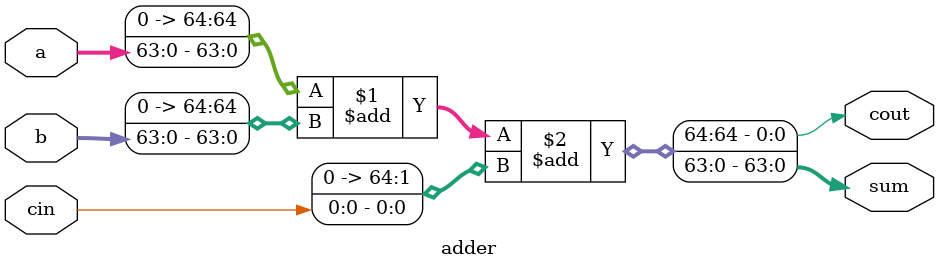
<source format=sv>
/*
00 => P = (P    ) >> 1
01 => P = (P + A) >> 1
10 => P = (P - A) >> 1
11 => P = (P    ) >> 1


000 => P = ((P    ) >> 1    ) >> 1
001 => P = ((P + A) >> 1    ) >> 1
010 => P = ((P + A) >> 1    ) >> 1
011 => P = ((P    ) >> 1 + A) >> 1
100 => P = ((P    ) >> 1 - A) >> 1
101 => P = ((P - A) >> 1    ) >> 1
110 => P = ((P - A) >> 1    ) >> 1
111 => P = ((P    ) >> 1    ) >> 1
 */

module booth_multiplier_multi_cycle #(
	parameter width = 64,
	localparam i_width = $clog2(width / 2 + 1)
) (
	input bit clock,
	input bit reset,

	input bit start,
	input bit[width - 1:0] arg1,
	input bit arg1_is_signed,
	input bit[width - 1:0] arg2,
	input bit arg2_is_signed,

	output bit mulw_busy,
	output bit[width - 1:0] mulw,
	output bit mul_busy,
	output bit[width - 1:0] mul,
	output bit[width - 1:0] mulh
);
	bit[i_width - 1:0] i;

	bit[width + 2 + width + 1 - 1:0] p;
	bit[width + 2 + width + 1 - 1:0] next_p;

	multiplier_round #(.width(width)) multiplier_round_module (
		.arg1(arg1), .arg1_is_signed(arg1_is_signed),
		.arg2(arg2), .arg2_is_signed(arg2_is_signed),
		.first_round(i == '0), .p(p),
		.mulw(mulw), .mul(mul), .mulh(mulh),
		.next_p(next_p)
	);

	assign mulw_busy = start & (i < i_width'({1'b1, (i_width - 2)'('0)}));
	assign mul_busy = start & (i < {1'b1, (i_width - 1)'('0)});

	always_ff @(posedge clock) begin
		if (reset) begin
			i <= '0;
			p <= '0;
		end else begin
			i <= {i_width{mul_busy}} & (i + 1);
			p <= next_p;
		end
	end
endmodule

module multiplier_round #(
	parameter width = 64
) (
	input bit[width - 1:0] arg1,
	input bit arg1_is_signed,
	input bit[width - 1:0] arg2,
	input bit arg2_is_signed,

	input bit first_round,
	input bit[width + 2 + width + 1 - 1:0] p,

	output bit[width - 1:0] mulw,
	output bit[width - 1:0] mul,
	output bit[width - 1:0] mulh,
	output bit[width + 2 + width + 1 - 1:0] next_p
);
	bit[width - 1:0] next_p1;
	bit next_p2;
	bit[width - 1:0] next_p3;
	bit next_p4;
	bit next_p5;
	assign next_p = {next_p5, next_p4, next_p3, next_p2, next_p1};

	bit[width - 1:0] p2;

	bit p_sub;
	wire[width - 1:0] arg1_maybe_neg = arg1 ^ {width{p_sub}};
	//    ab ^ c = a(b ^ c) + a'c = a ? (b ^ c) : c
	// => arg1_sext = (arg1_is_signed & arg1[width - 1]) ^ p_sub = ...
	wire arg1_sext = arg1_is_signed ? arg1_maybe_neg[width - 1] : p_sub;
	wire[width + 2 - 1:0] p_plus;
	wire[width - 1:0] p_plus_inner_sum;
	wire p_plus_inner_cout;
	adder #(.width(width)) p_plus_inner_module (
		.cin(p_sub), .a(p2), .b(arg1_maybe_neg),
		.sum(p_plus_inner_sum), .cout(p_plus_inner_cout)
	);
	assign p_plus = {
		// {2{p2[width - 1]}} + {2{arg1_sext}} + 2'(p_plus_inner_cout)
		(p2[width - 1] & arg1_sext) |
			(p2[width - 1] & ~p_plus_inner_cout) |
			(arg1_sext & ~p_plus_inner_cout),
		p2[width - 1] ^ arg1_sext ^ p_plus_inner_cout,
		p_plus_inner_sum
	};

	always_comb begin
		mulw = 'x;
		mul = 'x;
		mulh = 'x;

		p_sub = 'x;
		p2 = 'x;

		if (first_round) begin
			next_p1 = arg2;
			next_p2 = arg2_is_signed & arg2[width - 1];

			unique case (arg2[0])
				1'b0: begin
					next_p3 = '0;
					next_p4 = '0;
					next_p5 = '0;
				end

				1'b1: begin
					p_sub = '1;
					p2 = '0;
					next_p3 = p_plus[0+:width];
					next_p4 = p_plus[width];
					next_p5 = p_plus[width + 1];
				end
			endcase

		end else begin
			next_p1 = p[2+:width];

			unique case (p[0+:2] ^ {2{p[2]}})
				2'b00: begin
					next_p2 = p[width + 2];
					next_p3 = p[width + 3+:width];
					next_p4 = p[width + width + 2];
					next_p5 = p[width + width + 2];
				end

				2'b01,
				2'b10: begin
					p_sub = p[2];
					p2 = p[width + 2+:width];
					next_p2 = p_plus[0];
					next_p3 = p_plus[1+:width];
					next_p4 = p_plus[width + 1];
					next_p5 = p_plus[width + 1];
				end

				2'b11: begin
					p_sub = p[2];
					p2 = p[width + 3+:width];
					next_p2 = p[width + 2];
					next_p3 = p_plus[0+:width];
					next_p4 = p_plus[width];
					next_p5 = p_plus[width + 1];
				end
			endcase

			mulw = {{(width / 2 + 1){next_p2}}, next_p1[width / 2 + 1+:width / 2 - 1]};
			mul = {next_p2, next_p1[1+:width - 1]};
			mulh = next_p3;
		end
	end
endmodule

module adder #(
	parameter width = 64
) (
	input bit cin,
	input bit[width - 1:0] a,
	input bit[width - 1:0] b,
	output bit[width -1:0] sum,
	output bit cout
);
	assign {cout, sum} = (width + 1)'(a) + (width + 1)'(b) + (width + 1)'(cin);
endmodule

`ifdef TESTING
module test_booth_multiplier_multi_cycle;
	bit clock;
	bit reset;
	bit start;
	bit[64 - 1:0] arg1;
	bit arg1_is_signed;
	bit[64 - 1:0] arg2;
	bit arg2_is_signed;
	wire mulw_busy;
	wire[64 - 1:0] mulw;
	wire mul_busy;
	wire[64 - 1:0] mul;
	wire[64 - 1:0] mulh;
	booth_multiplier_multi_cycle #(.width(64)) booth_multiplier_multi_cycle_module (
		.clock(clock), .reset(reset),
		.start(start),
		.arg1(arg1), .arg1_is_signed(arg1_is_signed),
		.arg2(arg2), .arg2_is_signed(arg2_is_signed),
		.mulw_busy(mulw_busy), .mulw(mulw),
		.mul_busy(mul_busy), .mul(mul), .mulh(mulh)
	);

	task automatic test_case (
		input bit[64 - 1:0] arg1,
		input bit[64 - 1:0] arg2
	);
		test_case_inner(arg1, '0, arg2, '0);
		test_case_inner(arg1, '0, arg2, '1);
		test_case_inner(arg1, '1, arg2, '0);
		test_case_inner(arg1, '1, arg2, '1);
		test_case_inner(arg2, '0, arg1, '0);
		test_case_inner(arg2, '0, arg1, '1);
		test_case_inner(arg2, '1, arg1, '0);
		test_case_inner(arg2, '1, arg1, '1);
	endtask

	task automatic test_case_inner (
		input bit[64 - 1:0] arg1_,
		input bit arg1_is_signed_,
		input bit[64 - 1:0] arg2_,
		input bit arg2_is_signed_
	);
		bit[63:0] expected_mulw = unsigned'(64'(signed'(arg1_[0+:32] * arg2_[0+:32])));
		bit[127:0] expected = unsigned'(
			(arg1_is_signed_ ? 128'(signed'(arg1_)) : signed'(128'(arg1_))) *
			(arg2_is_signed_ ? 128'(signed'(arg2_)) : signed'(128'(arg2_)))
		);
		bit[63:0] expected_mul = expected[0+:64];
		bit[63:0] expected_mulh = expected[64+:64];

		arg1 = arg1_;
		arg1_is_signed = arg1_is_signed_;
		arg2 = arg2_;
		arg2_is_signed = arg2_is_signed_;
		start = '1;
		#1
		assert(mulw_busy == '1) else $fatal;
		assert(mul_busy == '1) else $fatal;

		repeat (16) begin
			assert(mulw_busy == '1) else $fatal;
			clock = '1;
			#1
			clock = '0;
			#1;
		end
		assert(mulw_busy == '0) else $fatal;
		assert(mulw == expected_mulw) else $fatal;
		assert(mul_busy == '1) else $fatal;

		repeat (16) begin
			assert(mul_busy == '1) else $fatal;
			clock = '1;
			#1
			clock = '0;
			#1;
		end
		assert(mul_busy == '0) else $fatal;
		assert(mul == expected_mul) else $fatal;
		assert(mulh == expected_mulh) else $fatal;

		start = '0;
		#1
		clock = '1;
		#1
		clock = '0;
	endtask

	initial begin
		clock = '0;
		reset = '0;
		start = '0;
		arg1 = 64'h0000000000000000;
		arg1_is_signed = '0;
		arg2 = 64'h0000000000000000;
		arg2_is_signed = '0;

		reset = '1;
		#1
		clock = '1;
		#1
		reset = '0;
		#1
		clock = '0;
		#1

		assert(mulw_busy == '0) else $fatal;
		assert(mul_busy == '0) else $fatal;

		test_case(64'h0000000000000000, 64'h0000000000000000);
		test_case(64'h0000000000000001, 64'h0000000000000001);
		test_case(64'hffffffffffffffff, 64'hffffffffffffffff);
		test_case(64'ha0b6b8129b5bdfd9, 64'hbcba1c1981093535);
		test_case(64'h2bc5ef4ad9b598c9, 64'he5f4626f4875716c);
		test_case(64'h0dfb92cdbf099338, 64'hefadab9de0fc1ded);
		test_case(64'hb82f30df91701f8c, 64'h106cbced76ae4c94);
		test_case(64'h6f683ce7c71964fd, 64'h34491aa4bdea1abb);
	end
endmodule
`endif

</source>
